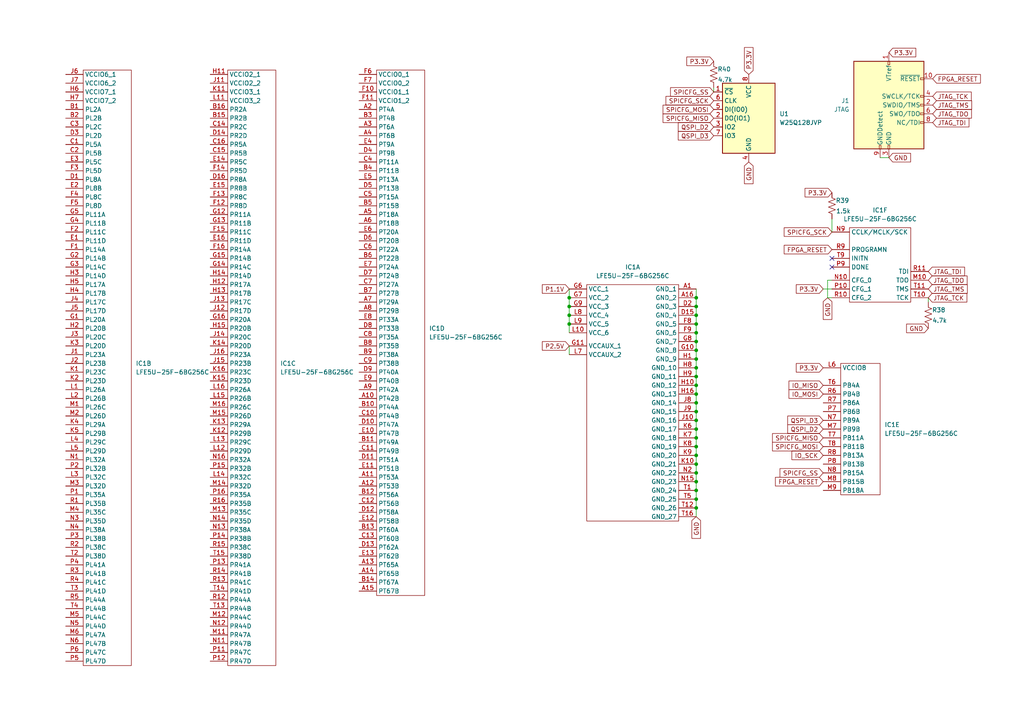
<source format=kicad_sch>
(kicad_sch (version 20231120) (generator "eeschema") (generator_version "8.0")
  (paper "A4")
  (junction (at 201.93 93.98))
  (junction (at 201.93 129.54))
  (junction (at 201.93 114.3))
  (junction (at 201.93 119.38))
  (junction (at 201.93 96.52))
  (junction (at 201.93 106.68))
  (junction (at 201.93 101.6))
  (junction (at 201.93 142.24))
  (junction (at 201.93 116.84))
  (junction (at 165.1 88.9))
  (junction (at 201.93 104.14))
  (junction (at 201.93 109.22))
  (junction (at 165.1 91.44))
  (junction (at 201.93 132.08))
  (junction (at 201.93 139.7))
  (junction (at 201.93 147.32))
  (junction (at 165.1 86.36))
  (junction (at 201.93 134.62))
  (junction (at 201.93 137.16))
  (junction (at 201.93 144.78))
  (junction (at 201.93 121.92))
  (junction (at 201.93 91.44))
  (junction (at 201.93 124.46))
  (junction (at 201.93 88.9))
  (junction (at 201.93 99.06))
  (junction (at 201.93 111.76))
  (junction (at 165.1 93.98))
  (junction (at 201.93 127))
  (junction (at 201.93 86.36))
  (no_connect (at 241.3 77.47))
  (no_connect (at 241.3 74.93))
  (wire (pts (xy 201.93 147.32) (xy 201.93 149.86)))
  (wire (pts (xy 201.93 106.68) (xy 201.93 109.22)))
  (wire (pts (xy 201.93 119.38) (xy 201.93 121.92)))
  (wire (pts (xy 165.1 91.44) (xy 165.1 93.98)))
  (wire (pts (xy 207.01 25.4) (xy 207.01 26.67)))
  (wire (pts (xy 201.93 137.16) (xy 201.93 139.7)))
  (wire (pts (xy 201.93 121.92) (xy 201.93 124.46)))
  (wire (pts (xy 165.1 88.9) (xy 165.1 91.44)))
  (wire (pts (xy 165.1 83.82) (xy 165.1 86.36)))
  (wire (pts (xy 238.76 83.82) (xy 241.3 83.82)))
  (wire (pts (xy 201.93 142.24) (xy 201.93 144.78)))
  (wire (pts (xy 240.03 81.28) (xy 240.03 86.36)))
  (wire (pts (xy 165.1 93.98) (xy 165.1 96.52)))
  (wire (pts (xy 201.93 129.54) (xy 201.93 132.08)))
  (wire (pts (xy 201.93 116.84) (xy 201.93 119.38)))
  (wire (pts (xy 240.03 86.36) (xy 241.3 86.36)))
  (wire (pts (xy 165.1 86.36) (xy 165.1 88.9)))
  (wire (pts (xy 201.93 139.7) (xy 201.93 142.24)))
  (wire (pts (xy 255.27 45.72) (xy 257.81 45.72)))
  (wire (pts (xy 201.93 109.22) (xy 201.93 111.76)))
  (wire (pts (xy 241.3 81.28) (xy 240.03 81.28)))
  (wire (pts (xy 201.93 88.9) (xy 201.93 91.44)))
  (wire (pts (xy 201.93 144.78) (xy 201.93 147.32)))
  (wire (pts (xy 201.93 127) (xy 201.93 129.54)))
  (wire (pts (xy 201.93 83.82) (xy 201.93 86.36)))
  (wire (pts (xy 201.93 101.6) (xy 201.93 104.14)))
  (wire (pts (xy 201.93 91.44) (xy 201.93 93.98)))
  (wire (pts (xy 201.93 111.76) (xy 201.93 114.3)))
  (wire (pts (xy 201.93 93.98) (xy 201.93 96.52)))
  (wire (pts (xy 201.93 124.46) (xy 201.93 127)))
  (wire (pts (xy 201.93 134.62) (xy 201.93 137.16)))
  (wire (pts (xy 201.93 86.36) (xy 201.93 88.9)))
  (wire (pts (xy 241.3 63.5) (xy 241.3 67.31)))
  (wire (pts (xy 269.24 87.63) (xy 269.24 86.36)))
  (wire (pts (xy 201.93 114.3) (xy 201.93 116.84)))
  (wire (pts (xy 201.93 99.06) (xy 201.93 101.6)))
  (wire (pts (xy 201.93 96.52) (xy 201.93 99.06)))
  (wire (pts (xy 201.93 104.14) (xy 201.93 106.68)))
  (wire (pts (xy 201.93 132.08) (xy 201.93 134.62)))
  (wire (pts (xy 165.1 100.33) (xy 165.1 102.87)))
  (global_label "JTAG_TDI" (shape input) (at 270.51 35.56 0) (property "Intersheetrefs" "${INTERSHEET_REFS}" (effects (hide yes))))
  (global_label "JTAG_TDI" (shape input) (at 269.24 78.74 0) (property "Intersheetrefs" "${INTERSHEET_REFS}" (effects (hide yes))))
  (global_label "SPICFG_MISO" (shape input) (at 238.76 127 180) (property "Intersheetrefs" "${INTERSHEET_REFS}" (effects (hide yes))))
  (global_label "GND" (shape input) (at 269.24 95.25 180) (property "Intersheetrefs" "${INTERSHEET_REFS}" (effects (hide yes))))
  (global_label "JTAG_TCK" (shape input) (at 269.24 86.36 0) (property "Intersheetrefs" "${INTERSHEET_REFS}" (effects (hide yes))))
  (global_label "JTAG_TMS" (shape input) (at 270.51 30.48 0) (property "Intersheetrefs" "${INTERSHEET_REFS}" (effects (hide yes))))
  (global_label "FPGA_RESET" (shape input) (at 241.3 72.39 180) (property "Intersheetrefs" "${INTERSHEET_REFS}" (effects (hide yes))))
  (global_label "P3.3V" (shape input) (at 238.76 83.82 180) (property "Intersheetrefs" "${INTERSHEET_REFS}" (effects (hide yes))))
  (global_label "P2.5V" (shape input) (at 165.1 100.33 180) (property "Intersheetrefs" "${INTERSHEET_REFS}" (effects (hide yes))))
  (global_label "P3.3V" (shape input) (at 241.3 55.88 180) (property "Intersheetrefs" "${INTERSHEET_REFS}" (effects (hide yes))))
  (global_label "JTAG_TDO" (shape input) (at 270.51 33.02 0) (property "Intersheetrefs" "${INTERSHEET_REFS}" (effects (hide yes))))
  (global_label "JTAG_TCK" (shape input) (at 270.51 27.94 0) (property "Intersheetrefs" "${INTERSHEET_REFS}" (effects (hide yes))))
  (global_label "FPGA_RESET" (shape input) (at 270.51 22.86 0) (property "Intersheetrefs" "${INTERSHEET_REFS}" (effects (hide yes))))
  (global_label "JTAG_TMS" (shape input) (at 269.24 83.82 0) (property "Intersheetrefs" "${INTERSHEET_REFS}" (effects (hide yes))))
  (global_label "P3.3V" (shape input) (at 238.76 106.68 180) (property "Intersheetrefs" "${INTERSHEET_REFS}" (effects (hide yes))))
  (global_label "P3.3V" (shape input) (at 257.81 15.24 0) (property "Intersheetrefs" "${INTERSHEET_REFS}" (effects (hide yes))))
  (global_label "QSPI_D3" (shape input) (at 238.76 121.92 180) (property "Intersheetrefs" "${INTERSHEET_REFS}" (effects (hide yes))))
  (global_label "QSPI_D2" (shape input) (at 207.01 36.83 180) (property "Intersheetrefs" "${INTERSHEET_REFS}" (effects (hide yes))))
  (global_label "IO_MOSI" (shape input) (at 238.76 114.3 180) (property "Intersheetrefs" "${INTERSHEET_REFS}" (effects (hide yes))))
  (global_label "GND" (shape input) (at 217.17 46.99 270) (property "Intersheetrefs" "${INTERSHEET_REFS}" (effects (hide yes))))
  (global_label "GND" (shape input) (at 257.81 45.72 0) (property "Intersheetrefs" "${INTERSHEET_REFS}" (effects (hide yes))))
  (global_label "QSPI_D3" (shape input) (at 207.01 39.37 180) (property "Intersheetrefs" "${INTERSHEET_REFS}" (effects (hide yes))))
  (global_label "SPICFG_SS" (shape input) (at 207.01 26.67 180) (property "Intersheetrefs" "${INTERSHEET_REFS}" (effects (hide yes))))
  (global_label "GND" (shape input) (at 240.03 86.36 270) (property "Intersheetrefs" "${INTERSHEET_REFS}" (effects (hide yes))))
  (global_label "SPICFG_MOSI" (shape input) (at 207.01 31.75 180) (property "Intersheetrefs" "${INTERSHEET_REFS}" (effects (hide yes))))
  (global_label "IO_SCK" (shape input) (at 238.76 132.08 180) (property "Intersheetrefs" "${INTERSHEET_REFS}" (effects (hide yes))))
  (global_label "IO_MISO" (shape input) (at 238.76 111.76 180) (property "Intersheetrefs" "${INTERSHEET_REFS}" (effects (hide yes))))
  (global_label "SPICFG_MISO" (shape input) (at 207.01 34.29 180) (property "Intersheetrefs" "${INTERSHEET_REFS}" (effects (hide yes))))
  (global_label "JTAG_TDO" (shape input) (at 269.24 81.28 0) (property "Intersheetrefs" "${INTERSHEET_REFS}" (effects (hide yes))))
  (global_label "QSPI_D2" (shape input) (at 238.76 124.46 180) (property "Intersheetrefs" "${INTERSHEET_REFS}" (effects (hide yes))))
  (global_label "P3.3V" (shape input) (at 207.01 17.78 180) (property "Intersheetrefs" "${INTERSHEET_REFS}" (effects (hide yes))))
  (global_label "SPICFG_MOSI" (shape input) (at 238.76 129.54 180) (property "Intersheetrefs" "${INTERSHEET_REFS}" (effects (hide yes))))
  (global_label "SPICFG_SCK" (shape input) (at 207.01 29.21 180) (property "Intersheetrefs" "${INTERSHEET_REFS}" (effects (hide yes))))
  (global_label "SPICFG_SS" (shape input) (at 238.76 137.16 180) (property "Intersheetrefs" "${INTERSHEET_REFS}" (effects (hide yes))))
  (global_label "P1.1V" (shape input) (at 165.1 83.82 180) (property "Intersheetrefs" "${INTERSHEET_REFS}" (effects (hide yes))))
  (global_label "GND" (shape input) (at 201.93 149.86 270) (property "Intersheetrefs" "${INTERSHEET_REFS}" (effects (hide yes))))
  (global_label "SPICFG_SCK" (shape input) (at 241.3 67.31 180) (property "Intersheetrefs" "${INTERSHEET_REFS}" (effects (hide yes))))
  (global_label "P3.3V" (shape input) (at 217.17 21.59 90) (property "Intersheetrefs" "${INTERSHEET_REFS}" (effects (hide yes))))
  (global_label "FPGA_RESET" (shape input) (at 238.76 139.7 180) (property "Intersheetrefs" "${INTERSHEET_REFS}" (effects (hide yes))))
  (symbol (lib_name "LFE5U-25F-6BG256C_1") (lib_id "hfsdr:LFE5U-25F-6BG256C") (at 256.54 66.04 0) (unit 6)
    (property "Reference" "IC1" (at 255.27 60.96 0))
    (property "Value" "LFE5U-25F-6BG256C" (at 255.27 63.5 0))
    (property "Footprint" "hfsdr:BGA256C80P16X16_1400X1400X170" (effects (hide yes)))
    (property "Datasheet" "http://www.latticesemi.com/view_document?document_id=50461" (effects (hide yes)))
    (property "Description" "FPGA - Field Programmable Gate Array ECP5; 24.3K LUTs; 1.1V" (effects (hide yes)))
    (property "Height" "1.7" (effects (hide yes)))
    (property "Mouser Part Number" "842-LFE5U25F6BG256C" (effects (hide yes)))
    (property "Mouser Price/Stock" "https://www.mouser.co.uk/ProductDetail/Lattice/LFE5U-25F-6BG256C?qs=w%2Fv1CP2dgqrTaI14mPfyBg%3D%3D" (effects (hide yes)))
    (property "Manufacturer_Name" "Lattice Semiconductor" (effects (hide yes)))
    (property "Manufacturer_Part_Number" "LFE5U-25F-6BG256C" (effects (hide yes)))
  )
  (symbol (lib_id "Device:R_US") (at 207.01 21.59 180) (unit 1) (on_board no)
    (property "Reference" "R40" (at 210.058 20.066 0))
    (property "Value" "4.7k" (at 210.312 23.114 0))
    (property "Footprint" "Resistor_SMD:R_0402_1005Metric" (effects (hide yes)))
    (property "Description" "Resistor, US symbol" (effects (hide yes)))
  )
  (symbol (lib_id "hfsdr:LFE5U-25F-6BG256C") (at 255.27 105.41 0) (unit 5)
    (property "Reference" "IC1" (at 256.54 123.1899 0) (effects (justify left)))
    (property "Value" "LFE5U-25F-6BG256C" (at 256.54 125.7299 0) (effects (justify left)))
    (property "Footprint" "hfsdr:BGA256C80P16X16_1400X1400X170" (effects (hide yes)))
    (property "Datasheet" "http://www.latticesemi.com/view_document?document_id=50461" (effects (hide yes)))
    (property "Description" "FPGA - Field Programmable Gate Array ECP5; 24.3K LUTs; 1.1V" (effects (hide yes)))
    (property "Height" "1.7" (effects (hide yes)))
    (property "Mouser Part Number" "842-LFE5U25F6BG256C" (effects (hide yes)))
    (property "Mouser Price/Stock" "https://www.mouser.co.uk/ProductDetail/Lattice/LFE5U-25F-6BG256C?qs=w%2Fv1CP2dgqrTaI14mPfyBg%3D%3D" (effects (hide yes)))
    (property "Manufacturer_Name" "Lattice Semiconductor" (effects (hide yes)))
    (property "Manufacturer_Part_Number" "LFE5U-25F-6BG256C" (effects (hide yes)))
  )
  (symbol (lib_id "hfsdr:LFE5U-25F-6BG256C") (at 80.01 20.32 0) (unit 3)
    (property "Reference" "IC1" (at 81.28 105.4099 0) (effects (justify left)))
    (property "Value" "LFE5U-25F-6BG256C" (at 81.28 107.9499 0) (effects (justify left)))
    (property "Footprint" "hfsdr:BGA256C80P16X16_1400X1400X170" (effects (hide yes)))
    (property "Datasheet" "http://www.latticesemi.com/view_document?document_id=50461" (effects (hide yes)))
    (property "Description" "FPGA - Field Programmable Gate Array ECP5; 24.3K LUTs; 1.1V" (effects (hide yes)))
    (property "Height" "1.7" (effects (hide yes)))
    (property "Mouser Part Number" "842-LFE5U25F6BG256C" (effects (hide yes)))
    (property "Mouser Price/Stock" "https://www.mouser.co.uk/ProductDetail/Lattice/LFE5U-25F-6BG256C?qs=w%2Fv1CP2dgqrTaI14mPfyBg%3D%3D" (effects (hide yes)))
    (property "Manufacturer_Name" "Lattice Semiconductor" (effects (hide yes)))
    (property "Manufacturer_Part_Number" "LFE5U-25F-6BG256C" (effects (hide yes)))
  )
  (symbol (lib_id "hfsdr:LFE5U-25F-6BG256C") (at 123.19 20.32 0) (unit 4)
    (property "Reference" "IC1" (at 124.46 95.2499 0) (effects (justify left)))
    (property "Value" "LFE5U-25F-6BG256C" (at 124.46 97.7899 0) (effects (justify left)))
    (property "Footprint" "hfsdr:BGA256C80P16X16_1400X1400X170" (effects (hide yes)))
    (property "Datasheet" "http://www.latticesemi.com/view_document?document_id=50461" (effects (hide yes)))
    (property "Description" "FPGA - Field Programmable Gate Array ECP5; 24.3K LUTs; 1.1V" (effects (hide yes)))
    (property "Height" "1.7" (effects (hide yes)))
    (property "Mouser Part Number" "842-LFE5U25F6BG256C" (effects (hide yes)))
    (property "Mouser Price/Stock" "https://www.mouser.co.uk/ProductDetail/Lattice/LFE5U-25F-6BG256C?qs=w%2Fv1CP2dgqrTaI14mPfyBg%3D%3D" (effects (hide yes)))
    (property "Manufacturer_Name" "Lattice Semiconductor" (effects (hide yes)))
    (property "Manufacturer_Part_Number" "LFE5U-25F-6BG256C" (effects (hide yes)))
  )
  (symbol (lib_id "Memory_Flash:W25Q128JVP") (at 217.17 34.29 0) (unit 1)
    (property "Reference" "U1" (at 226.06 33.0199 0) (effects (justify left)))
    (property "Value" "W25Q128JVP" (at 226.06 35.5599 0) (effects (justify left)))
    (property "Footprint" "Package_SON:WSON-8-1EP_6x5mm_P1.27mm_EP3.4x4.3mm" (effects (hide yes)))
    (property "Datasheet" "https://www.winbond.com/resource-files/w25q128jv_dtr%20revc%2003272018%20plus.pdf" (effects (hide yes)))
    (property "Description" "128Mb Serial Flash Memory, Standard/Dual/Quad SPI, WSON-8" (effects (hide yes)))
  )
  (symbol (lib_id "Device:R_US") (at 269.24 91.44 180) (unit 1) (on_board no)
    (property "Reference" "R38" (at 272.288 89.916 0))
    (property "Value" "4.7k" (at 272.542 92.964 0))
    (property "Footprint" "Resistor_SMD:R_0402_1005Metric" (effects (hide yes)))
    (property "Description" "Resistor, US symbol" (effects (hide yes)))
  )
  (symbol (lib_id "hfsdr:LFE5U-25F-6BG256C") (at 182.88 82.55 0) (unit 1)
    (property "Reference" "IC1" (at 183.515 77.47 0))
    (property "Value" "LFE5U-25F-6BG256C" (at 183.515 80.01 0))
    (property "Footprint" "hfsdr:BGA256C80P16X16_1400X1400X170" (effects (hide yes)))
    (property "Datasheet" "http://www.latticesemi.com/view_document?document_id=50461" (effects (hide yes)))
    (property "Description" "FPGA - Field Programmable Gate Array ECP5; 24.3K LUTs; 1.1V" (effects (hide yes)))
    (property "Height" "1.7" (effects (hide yes)))
    (property "Mouser Part Number" "842-LFE5U25F6BG256C" (effects (hide yes)))
    (property "Mouser Price/Stock" "https://www.mouser.co.uk/ProductDetail/Lattice/LFE5U-25F-6BG256C?qs=w%2Fv1CP2dgqrTaI14mPfyBg%3D%3D" (effects (hide yes)))
    (property "Manufacturer_Name" "Lattice Semiconductor" (effects (hide yes)))
    (property "Manufacturer_Part_Number" "LFE5U-25F-6BG256C" (effects (hide yes)))
  )
  (symbol (lib_id "Connector:Conn_ARM_JTAG_SWD_10") (at 257.81 30.48 0) (unit 1)
    (property "Reference" "J1" (at 246.38 29.2099 0) (effects (justify right)))
    (property "Value" "JTAG" (at 246.38 31.7499 0) (effects (justify right)))
    (property "Footprint" "Connector_PinHeader_1.27mm:PinHeader_2x05_P1.27mm_Vertical" (effects (hide yes)))
    (property "Datasheet" "http://infocenter.arm.com/help/topic/com.arm.doc.ddi0314h/DDI0314H_coresight_components_trm.pdf" (effects (hide yes)))
    (property "Description" "Cortex Debug Connector, standard ARM Cortex-M SWD and JTAG interface" (effects (hide yes)))
  )
  (symbol (lib_id "Device:R_US") (at 241.3 59.69 180) (unit 1) (on_board no)
    (property "Reference" "R39" (at 244.348 58.166 0))
    (property "Value" "1.5k" (at 244.602 61.214 0))
    (property "Footprint" "Resistor_SMD:R_0402_1005Metric" (effects (hide yes)))
    (property "Description" "Resistor, US symbol" (effects (hide yes)))
  )
  (symbol (lib_id "hfsdr:LFE5U-25F-6BG256C") (at 38.1 20.32 0) (unit 2)
    (property "Reference" "IC1" (at 39.37 105.4099 0) (effects (justify left)))
    (property "Value" "LFE5U-25F-6BG256C" (at 39.37 107.9499 0) (effects (justify left)))
    (property "Footprint" "hfsdr:BGA256C80P16X16_1400X1400X170" (effects (hide yes)))
    (property "Datasheet" "http://www.latticesemi.com/view_document?document_id=50461" (effects (hide yes)))
    (property "Description" "FPGA - Field Programmable Gate Array ECP5; 24.3K LUTs; 1.1V" (effects (hide yes)))
    (property "Height" "1.7" (effects (hide yes)))
    (property "Mouser Part Number" "842-LFE5U25F6BG256C" (effects (hide yes)))
    (property "Mouser Price/Stock" "https://www.mouser.co.uk/ProductDetail/Lattice/LFE5U-25F-6BG256C?qs=w%2Fv1CP2dgqrTaI14mPfyBg%3D%3D" (effects (hide yes)))
    (property "Manufacturer_Name" "Lattice Semiconductor" (effects (hide yes)))
    (property "Manufacturer_Part_Number" "LFE5U-25F-6BG256C" (effects (hide yes)))
  )
)
</source>
